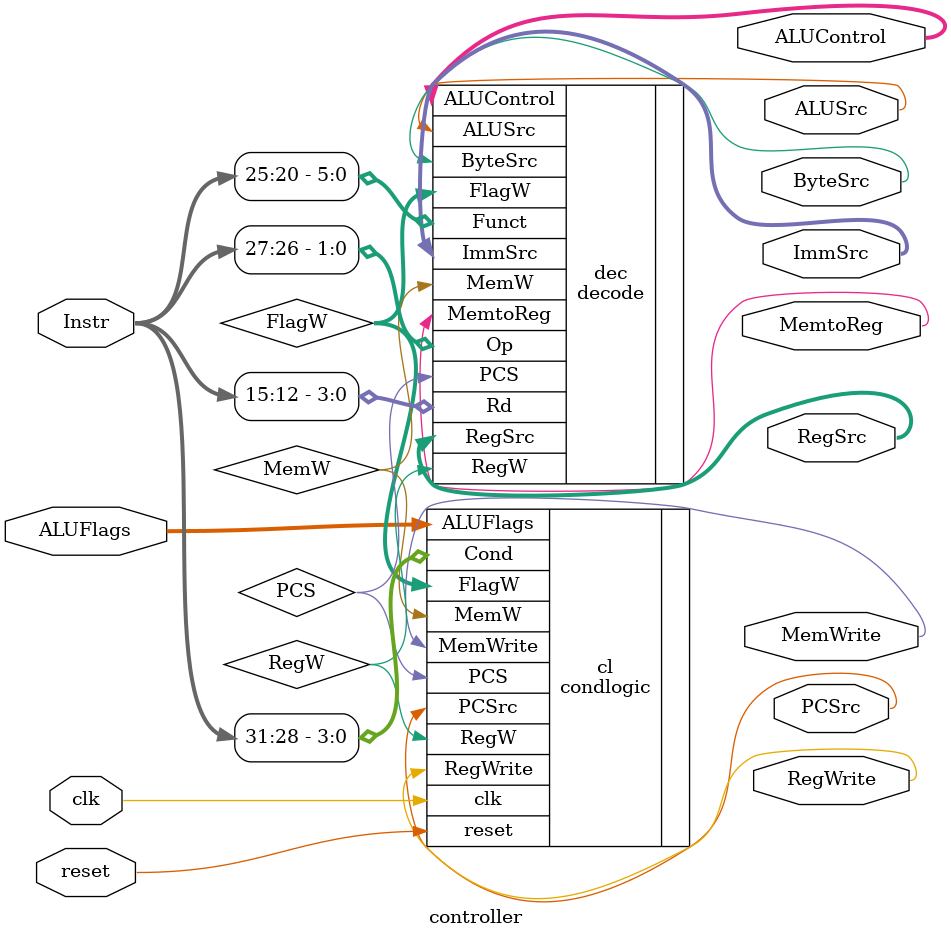
<source format=v>
`include "decode.v"
`include "condlogic.v"

module controller (
	clk,
	reset,
	Instr,
	ALUFlags,
	RegSrc,
	RegWrite,
	ImmSrc,
	ALUSrc,
	ALUControl,
	MemWrite,
	MemtoReg,
	PCSrc,
	ByteSrc
);
	input wire clk;
	input wire reset;
	input wire [31:12] Instr;
	input wire [3:0] ALUFlags;
	output wire [1:0] RegSrc;
	output wire RegWrite;
	output wire [1:0] ImmSrc;
	output wire ALUSrc;
	output wire [2:0] ALUControl;
	output wire MemWrite;
	output wire MemtoReg;
	output wire PCSrc;
	output wire ByteSrc;
	wire [1:0] FlagW;
	wire PCS;
	wire RegW;
	wire MemW;
	decode dec(
		.Op(Instr[27:26]),
		.Funct(Instr[25:20]),
		.Rd(Instr[15:12]),
		.FlagW(FlagW),
		.PCS(PCS),
		.RegW(RegW),
		.MemW(MemW),
		.MemtoReg(MemtoReg),
		.ALUSrc(ALUSrc),
		.ImmSrc(ImmSrc),
		.RegSrc(RegSrc),
		.ALUControl(ALUControl),
		.ByteSrc(ByteSrc)
	);
	condlogic cl(
		.clk(clk),
		.reset(reset),
		.Cond(Instr[31:28]),
		.ALUFlags(ALUFlags),
		.FlagW(FlagW),
		.PCS(PCS),
		.RegW(RegW),
		.MemW(MemW),
		.PCSrc(PCSrc),
		.RegWrite(RegWrite),
		.MemWrite(MemWrite)
	);
endmodule
</source>
